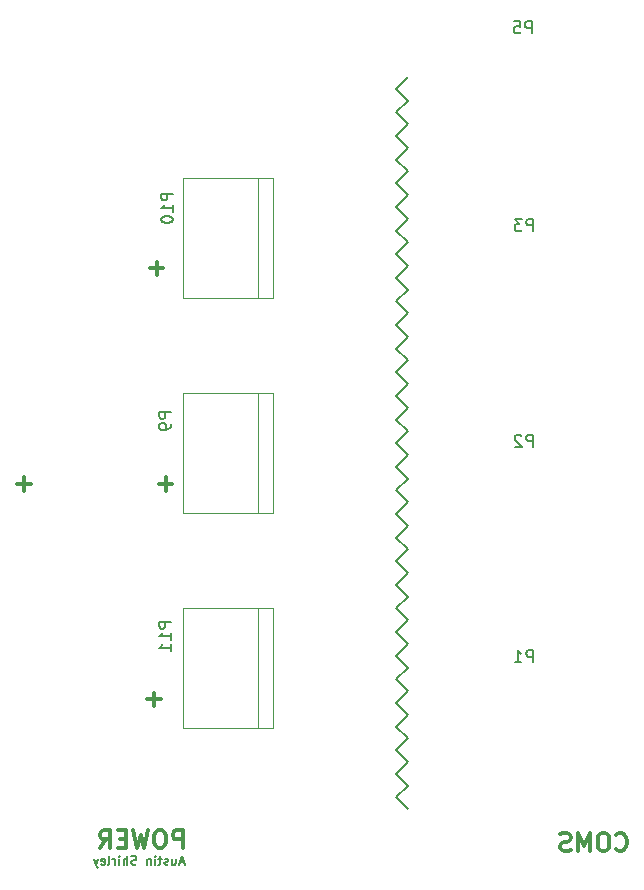
<source format=gbr>
G04 #@! TF.FileFunction,Legend,Bot*
%FSLAX46Y46*%
G04 Gerber Fmt 4.6, Leading zero omitted, Abs format (unit mm)*
G04 Created by KiCad (PCBNEW 4.0.5) date 05/10/17 19:10:08*
%MOMM*%
%LPD*%
G01*
G04 APERTURE LIST*
%ADD10C,0.100000*%
%ADD11C,0.300000*%
%ADD12C,0.200000*%
%ADD13C,0.190500*%
%ADD14C,0.120000*%
%ADD15C,0.150000*%
G04 APERTURE END LIST*
D10*
D11*
X22821428Y36392857D02*
X21678571Y36392857D01*
X22250000Y35821429D02*
X22250000Y36964286D01*
X22071428Y54642857D02*
X20928571Y54642857D01*
X21500000Y54071429D02*
X21500000Y55214286D01*
X10821428Y36392857D02*
X9678571Y36392857D01*
X10250000Y35821429D02*
X10250000Y36964286D01*
X21821428Y18142857D02*
X20678571Y18142857D01*
X21250000Y17571429D02*
X21250000Y18714286D01*
X23714286Y5571429D02*
X23714286Y7071429D01*
X23142858Y7071429D01*
X23000000Y7000000D01*
X22928572Y6928571D01*
X22857143Y6785714D01*
X22857143Y6571429D01*
X22928572Y6428571D01*
X23000000Y6357143D01*
X23142858Y6285714D01*
X23714286Y6285714D01*
X21928572Y7071429D02*
X21642858Y7071429D01*
X21500000Y7000000D01*
X21357143Y6857143D01*
X21285715Y6571429D01*
X21285715Y6071429D01*
X21357143Y5785714D01*
X21500000Y5642857D01*
X21642858Y5571429D01*
X21928572Y5571429D01*
X22071429Y5642857D01*
X22214286Y5785714D01*
X22285715Y6071429D01*
X22285715Y6571429D01*
X22214286Y6857143D01*
X22071429Y7000000D01*
X21928572Y7071429D01*
X20785714Y7071429D02*
X20428571Y5571429D01*
X20142857Y6642857D01*
X19857143Y5571429D01*
X19500000Y7071429D01*
X18928571Y6357143D02*
X18428571Y6357143D01*
X18214285Y5571429D02*
X18928571Y5571429D01*
X18928571Y7071429D01*
X18214285Y7071429D01*
X16714285Y5571429D02*
X17214285Y6285714D01*
X17571428Y5571429D02*
X17571428Y7071429D01*
X17000000Y7071429D01*
X16857142Y7000000D01*
X16785714Y6928571D01*
X16714285Y6785714D01*
X16714285Y6571429D01*
X16785714Y6428571D01*
X16857142Y6357143D01*
X17000000Y6285714D01*
X17571428Y6285714D01*
X60392857Y5464286D02*
X60464286Y5392857D01*
X60678572Y5321429D01*
X60821429Y5321429D01*
X61035714Y5392857D01*
X61178572Y5535714D01*
X61250000Y5678571D01*
X61321429Y5964286D01*
X61321429Y6178571D01*
X61250000Y6464286D01*
X61178572Y6607143D01*
X61035714Y6750000D01*
X60821429Y6821429D01*
X60678572Y6821429D01*
X60464286Y6750000D01*
X60392857Y6678571D01*
X59464286Y6821429D02*
X59178572Y6821429D01*
X59035714Y6750000D01*
X58892857Y6607143D01*
X58821429Y6321429D01*
X58821429Y5821429D01*
X58892857Y5535714D01*
X59035714Y5392857D01*
X59178572Y5321429D01*
X59464286Y5321429D01*
X59607143Y5392857D01*
X59750000Y5535714D01*
X59821429Y5821429D01*
X59821429Y6321429D01*
X59750000Y6607143D01*
X59607143Y6750000D01*
X59464286Y6821429D01*
X58178571Y5321429D02*
X58178571Y6821429D01*
X57678571Y5750000D01*
X57178571Y6821429D01*
X57178571Y5321429D01*
X56535714Y5392857D02*
X56321428Y5321429D01*
X55964285Y5321429D01*
X55821428Y5392857D01*
X55749999Y5464286D01*
X55678571Y5607143D01*
X55678571Y5750000D01*
X55749999Y5892857D01*
X55821428Y5964286D01*
X55964285Y6035714D01*
X56249999Y6107143D01*
X56392857Y6178571D01*
X56464285Y6250000D01*
X56535714Y6392857D01*
X56535714Y6535714D01*
X56464285Y6678571D01*
X56392857Y6750000D01*
X56249999Y6821429D01*
X55892857Y6821429D01*
X55678571Y6750000D01*
D12*
X41750000Y57845484D02*
X42750000Y56845484D01*
X42750000Y56845484D02*
X41750000Y55845484D01*
X42750000Y54845484D02*
X41750000Y53845484D01*
X41750000Y55845484D02*
X42750000Y54845484D01*
X42750000Y52845484D02*
X41750000Y51845484D01*
X41750000Y53845484D02*
X42750000Y52845484D01*
X41750000Y51845484D02*
X42750000Y50845484D01*
X41750000Y49845484D02*
X42750000Y48845484D01*
X42750000Y48845484D02*
X41750000Y47845484D01*
X42750000Y50845484D02*
X41750000Y49845484D01*
X41750000Y45845484D02*
X42750000Y44845484D01*
X42750000Y46845484D02*
X41750000Y45845484D01*
X41750000Y47845484D02*
X42750000Y46845484D01*
X42750000Y44845484D02*
X41750000Y43845484D01*
X41750000Y43845484D02*
X42750000Y42845484D01*
X42750000Y40845484D02*
X41750000Y39845484D01*
X42750000Y42845484D02*
X41750000Y41845484D01*
X41750000Y41845484D02*
X42750000Y40845484D01*
X41750000Y33845484D02*
X42750000Y32845484D01*
X42750000Y28845484D02*
X41750000Y27845484D01*
X42750000Y32845484D02*
X41750000Y31845484D01*
X41750000Y27845484D02*
X42750000Y26845484D01*
X41750000Y31845484D02*
X42750000Y30845484D01*
X41750000Y29845484D02*
X42750000Y28845484D01*
X42750000Y30845484D02*
X41750000Y29845484D01*
X41750000Y35845484D02*
X42750000Y34845484D01*
X42750000Y36845484D02*
X41750000Y35845484D01*
X42750000Y34845484D02*
X41750000Y33845484D01*
X41750000Y39845484D02*
X42750000Y38845484D01*
X41750000Y37845484D02*
X42750000Y36845484D01*
X42750000Y38845484D02*
X41750000Y37845484D01*
X41750000Y69845484D02*
X42750000Y68845484D01*
X41750000Y67845484D02*
X42750000Y66845484D01*
X42750000Y70845484D02*
X41750000Y69845484D01*
X42750000Y68845484D02*
X41750000Y67845484D01*
X42750000Y62845484D02*
X41750000Y61845484D01*
X41750000Y65845484D02*
X42750000Y64845484D01*
X42750000Y64845484D02*
X41750000Y63845484D01*
X42750000Y66845484D02*
X41750000Y65845484D01*
X41750000Y63845484D02*
X42750000Y62845484D01*
X42750000Y60845484D02*
X41750000Y59845484D01*
X41750000Y59845484D02*
X42750000Y58845484D01*
X41750000Y61845484D02*
X42750000Y60845484D01*
X42750000Y58845484D02*
X41750000Y57845484D01*
X42750000Y26845484D02*
X41750000Y25845484D01*
X42750000Y20845484D02*
X41750000Y19845484D01*
X42750000Y18845484D02*
X41750000Y17845484D01*
X41750000Y19845484D02*
X42750000Y18845484D01*
X41750000Y25845484D02*
X42750000Y24845484D01*
X41750000Y23845484D02*
X42750000Y22845484D01*
X42750000Y22845484D02*
X41750000Y21845484D01*
X41750000Y21845484D02*
X42750000Y20845484D01*
X42750000Y24845484D02*
X41750000Y23845484D01*
X42750000Y16845484D02*
X41750000Y15845484D01*
X41750000Y15845484D02*
X42750000Y14845484D01*
X41750000Y17845484D02*
X42750000Y16845484D01*
X42750000Y14845484D02*
X41750000Y13845484D01*
X42750000Y10845484D02*
X41750000Y9845484D01*
X41750000Y9845484D02*
X42750000Y8845484D01*
X41750000Y11845484D02*
X42750000Y10845484D01*
X41750000Y13845484D02*
X42750000Y12845484D01*
X42750000Y12845484D02*
X41750000Y11845484D01*
D13*
X23810000Y4373000D02*
X23447143Y4373000D01*
X23882572Y4155286D02*
X23628572Y4917286D01*
X23374572Y4155286D01*
X22794000Y4663286D02*
X22794000Y4155286D01*
X23120571Y4663286D02*
X23120571Y4264143D01*
X23084286Y4191571D01*
X23011714Y4155286D01*
X22902857Y4155286D01*
X22830286Y4191571D01*
X22794000Y4227857D01*
X22467428Y4191571D02*
X22394857Y4155286D01*
X22249714Y4155286D01*
X22177142Y4191571D01*
X22140857Y4264143D01*
X22140857Y4300429D01*
X22177142Y4373000D01*
X22249714Y4409286D01*
X22358571Y4409286D01*
X22431142Y4445571D01*
X22467428Y4518143D01*
X22467428Y4554429D01*
X22431142Y4627000D01*
X22358571Y4663286D01*
X22249714Y4663286D01*
X22177142Y4627000D01*
X21923143Y4663286D02*
X21632857Y4663286D01*
X21814285Y4917286D02*
X21814285Y4264143D01*
X21778000Y4191571D01*
X21705428Y4155286D01*
X21632857Y4155286D01*
X21378856Y4155286D02*
X21378856Y4663286D01*
X21378856Y4917286D02*
X21415142Y4881000D01*
X21378856Y4844714D01*
X21342571Y4881000D01*
X21378856Y4917286D01*
X21378856Y4844714D01*
X21015999Y4663286D02*
X21015999Y4155286D01*
X21015999Y4590714D02*
X20979714Y4627000D01*
X20907142Y4663286D01*
X20798285Y4663286D01*
X20725714Y4627000D01*
X20689428Y4554429D01*
X20689428Y4155286D01*
X19782285Y4191571D02*
X19673428Y4155286D01*
X19491999Y4155286D01*
X19419428Y4191571D01*
X19383142Y4227857D01*
X19346857Y4300429D01*
X19346857Y4373000D01*
X19383142Y4445571D01*
X19419428Y4481857D01*
X19491999Y4518143D01*
X19637142Y4554429D01*
X19709714Y4590714D01*
X19745999Y4627000D01*
X19782285Y4699571D01*
X19782285Y4772143D01*
X19745999Y4844714D01*
X19709714Y4881000D01*
X19637142Y4917286D01*
X19455714Y4917286D01*
X19346857Y4881000D01*
X19020285Y4155286D02*
X19020285Y4917286D01*
X18693714Y4155286D02*
X18693714Y4554429D01*
X18730000Y4627000D01*
X18802571Y4663286D01*
X18911428Y4663286D01*
X18984000Y4627000D01*
X19020285Y4590714D01*
X18330856Y4155286D02*
X18330856Y4663286D01*
X18330856Y4917286D02*
X18367142Y4881000D01*
X18330856Y4844714D01*
X18294571Y4881000D01*
X18330856Y4917286D01*
X18330856Y4844714D01*
X17967999Y4155286D02*
X17967999Y4663286D01*
X17967999Y4518143D02*
X17931714Y4590714D01*
X17895428Y4627000D01*
X17822857Y4663286D01*
X17750285Y4663286D01*
X17387428Y4155286D02*
X17460000Y4191571D01*
X17496285Y4264143D01*
X17496285Y4917286D01*
X16806857Y4191571D02*
X16879428Y4155286D01*
X17024571Y4155286D01*
X17097142Y4191571D01*
X17133428Y4264143D01*
X17133428Y4554429D01*
X17097142Y4627000D01*
X17024571Y4663286D01*
X16879428Y4663286D01*
X16806857Y4627000D01*
X16770571Y4554429D01*
X16770571Y4481857D01*
X17133428Y4409286D01*
X16516571Y4663286D02*
X16335142Y4155286D01*
X16153714Y4663286D02*
X16335142Y4155286D01*
X16407714Y3973857D01*
X16443999Y3937571D01*
X16516571Y3901286D01*
D14*
X30040000Y33960000D02*
X30040000Y44120000D01*
X31310000Y33960000D02*
X23690000Y33960000D01*
X23690000Y33960000D02*
X23690000Y44120000D01*
X23690000Y44120000D02*
X31310000Y44120000D01*
X31310000Y44120000D02*
X31310000Y33960000D01*
X30040000Y52160000D02*
X30040000Y62320000D01*
X31310000Y52160000D02*
X23690000Y52160000D01*
X23690000Y52160000D02*
X23690000Y62320000D01*
X23690000Y62320000D02*
X31310000Y62320000D01*
X31310000Y62320000D02*
X31310000Y52160000D01*
X30040000Y15760000D02*
X30040000Y25920000D01*
X31310000Y15760000D02*
X23690000Y15760000D01*
X23690000Y15760000D02*
X23690000Y25920000D01*
X23690000Y25920000D02*
X31310000Y25920000D01*
X31310000Y25920000D02*
X31310000Y15760000D01*
D15*
X22702381Y42488095D02*
X21702381Y42488095D01*
X21702381Y42107142D01*
X21750000Y42011904D01*
X21797619Y41964285D01*
X21892857Y41916666D01*
X22035714Y41916666D01*
X22130952Y41964285D01*
X22178571Y42011904D01*
X22226190Y42107142D01*
X22226190Y42488095D01*
X22702381Y41440476D02*
X22702381Y41250000D01*
X22654762Y41154761D01*
X22607143Y41107142D01*
X22464286Y41011904D01*
X22273810Y40964285D01*
X21892857Y40964285D01*
X21797619Y41011904D01*
X21750000Y41059523D01*
X21702381Y41154761D01*
X21702381Y41345238D01*
X21750000Y41440476D01*
X21797619Y41488095D01*
X21892857Y41535714D01*
X22130952Y41535714D01*
X22226190Y41488095D01*
X22273810Y41440476D01*
X22321429Y41345238D01*
X22321429Y41154761D01*
X22273810Y41059523D01*
X22226190Y41011904D01*
X22130952Y40964285D01*
X22872381Y60964286D02*
X21872381Y60964286D01*
X21872381Y60583333D01*
X21920000Y60488095D01*
X21967619Y60440476D01*
X22062857Y60392857D01*
X22205714Y60392857D01*
X22300952Y60440476D01*
X22348571Y60488095D01*
X22396190Y60583333D01*
X22396190Y60964286D01*
X22872381Y59440476D02*
X22872381Y60011905D01*
X22872381Y59726191D02*
X21872381Y59726191D01*
X22015238Y59821429D01*
X22110476Y59916667D01*
X22158095Y60011905D01*
X21872381Y58821429D02*
X21872381Y58726190D01*
X21920000Y58630952D01*
X21967619Y58583333D01*
X22062857Y58535714D01*
X22253333Y58488095D01*
X22491429Y58488095D01*
X22681905Y58535714D01*
X22777143Y58583333D01*
X22824762Y58630952D01*
X22872381Y58726190D01*
X22872381Y58821429D01*
X22824762Y58916667D01*
X22777143Y58964286D01*
X22681905Y59011905D01*
X22491429Y59059524D01*
X22253333Y59059524D01*
X22062857Y59011905D01*
X21967619Y58964286D01*
X21920000Y58916667D01*
X21872381Y58821429D01*
X22702381Y24714286D02*
X21702381Y24714286D01*
X21702381Y24333333D01*
X21750000Y24238095D01*
X21797619Y24190476D01*
X21892857Y24142857D01*
X22035714Y24142857D01*
X22130952Y24190476D01*
X22178571Y24238095D01*
X22226190Y24333333D01*
X22226190Y24714286D01*
X22702381Y23190476D02*
X22702381Y23761905D01*
X22702381Y23476191D02*
X21702381Y23476191D01*
X21845238Y23571429D01*
X21940476Y23666667D01*
X21988095Y23761905D01*
X22702381Y22238095D02*
X22702381Y22809524D01*
X22702381Y22523810D02*
X21702381Y22523810D01*
X21845238Y22619048D01*
X21940476Y22714286D01*
X21988095Y22809524D01*
X53333095Y21297619D02*
X53333095Y22297619D01*
X52952142Y22297619D01*
X52856904Y22250000D01*
X52809285Y22202381D01*
X52761666Y22107143D01*
X52761666Y21964286D01*
X52809285Y21869048D01*
X52856904Y21821429D01*
X52952142Y21773810D01*
X53333095Y21773810D01*
X51809285Y21297619D02*
X52380714Y21297619D01*
X52095000Y21297619D02*
X52095000Y22297619D01*
X52190238Y22154762D01*
X52285476Y22059524D01*
X52380714Y22011905D01*
X53333095Y39547619D02*
X53333095Y40547619D01*
X52952142Y40547619D01*
X52856904Y40500000D01*
X52809285Y40452381D01*
X52761666Y40357143D01*
X52761666Y40214286D01*
X52809285Y40119048D01*
X52856904Y40071429D01*
X52952142Y40023810D01*
X53333095Y40023810D01*
X52380714Y40452381D02*
X52333095Y40500000D01*
X52237857Y40547619D01*
X51999761Y40547619D01*
X51904523Y40500000D01*
X51856904Y40452381D01*
X51809285Y40357143D01*
X51809285Y40261905D01*
X51856904Y40119048D01*
X52428333Y39547619D01*
X51809285Y39547619D01*
X53333095Y57797619D02*
X53333095Y58797619D01*
X52952142Y58797619D01*
X52856904Y58750000D01*
X52809285Y58702381D01*
X52761666Y58607143D01*
X52761666Y58464286D01*
X52809285Y58369048D01*
X52856904Y58321429D01*
X52952142Y58273810D01*
X53333095Y58273810D01*
X52428333Y58797619D02*
X51809285Y58797619D01*
X52142619Y58416667D01*
X51999761Y58416667D01*
X51904523Y58369048D01*
X51856904Y58321429D01*
X51809285Y58226190D01*
X51809285Y57988095D01*
X51856904Y57892857D01*
X51904523Y57845238D01*
X51999761Y57797619D01*
X52285476Y57797619D01*
X52380714Y57845238D01*
X52428333Y57892857D01*
X53238095Y74547619D02*
X53238095Y75547619D01*
X52857142Y75547619D01*
X52761904Y75500000D01*
X52714285Y75452381D01*
X52666666Y75357143D01*
X52666666Y75214286D01*
X52714285Y75119048D01*
X52761904Y75071429D01*
X52857142Y75023810D01*
X53238095Y75023810D01*
X51761904Y75547619D02*
X52238095Y75547619D01*
X52285714Y75071429D01*
X52238095Y75119048D01*
X52142857Y75166667D01*
X51904761Y75166667D01*
X51809523Y75119048D01*
X51761904Y75071429D01*
X51714285Y74976190D01*
X51714285Y74738095D01*
X51761904Y74642857D01*
X51809523Y74595238D01*
X51904761Y74547619D01*
X52142857Y74547619D01*
X52238095Y74595238D01*
X52285714Y74642857D01*
M02*

</source>
